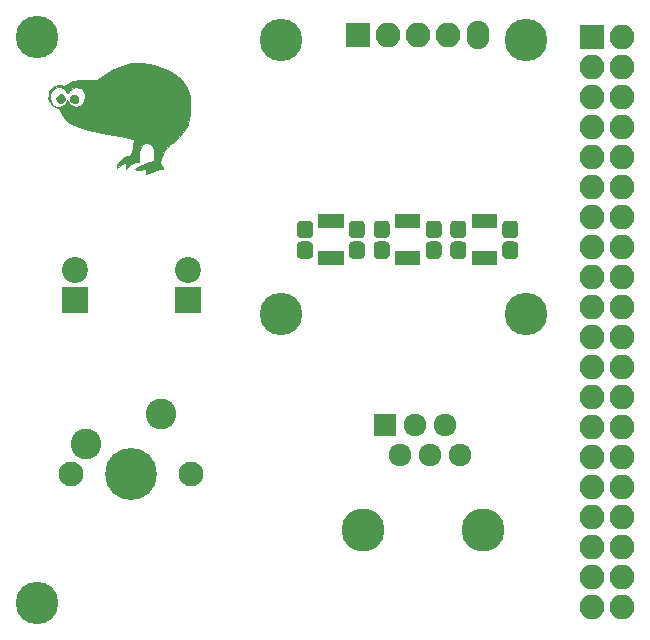
<source format=gts>
G04 #@! TF.GenerationSoftware,KiCad,Pcbnew,5.0-dev-unknown-9241a39~61~ubuntu17.10.1*
G04 #@! TF.CreationDate,2018-07-25T16:03:07+02:00*
G04 #@! TF.ProjectId,tag-connect-hat,7461672D636F6E6E6563742D6861742E,rev?*
G04 #@! TF.SameCoordinates,Original*
G04 #@! TF.FileFunction,Soldermask,Top*
G04 #@! TF.FilePolarity,Negative*
%FSLAX46Y46*%
G04 Gerber Fmt 4.6, Leading zero omitted, Abs format (unit mm)*
G04 Created by KiCad (PCBNEW 5.0-dev-unknown-9241a39~61~ubuntu17.10.1) date Wed Jul 25 16:03:07 2018*
%MOMM*%
%LPD*%
G01*
G04 APERTURE LIST*
%ADD10C,0.010000*%
%ADD11C,3.600000*%
%ADD12R,0.650000X1.150000*%
%ADD13R,2.100000X2.100000*%
%ADD14O,2.100000X2.100000*%
%ADD15O,1.920000X2.400000*%
%ADD16C,0.100000*%
%ADD17C,1.350000*%
%ADD18R,2.200000X2.200000*%
%ADD19C,2.200000*%
%ADD20C,2.600000*%
%ADD21C,4.400000*%
%ADD22C,2.100000*%
%ADD23C,3.650000*%
%ADD24C,1.920000*%
%ADD25R,1.920000X1.920000*%
G04 APERTURE END LIST*
D10*
G36*
X81306148Y-105935709D02*
X81457675Y-106085617D01*
X81495591Y-106186409D01*
X81490035Y-106424006D01*
X81369597Y-106583970D01*
X81180419Y-106641067D01*
X80968640Y-106570063D01*
X80899714Y-106512285D01*
X80787686Y-106368433D01*
X80794031Y-106235259D01*
X80920089Y-106051290D01*
X81109649Y-105920204D01*
X81306148Y-105935709D01*
X81306148Y-105935709D01*
G37*
X81306148Y-105935709D02*
X81457675Y-106085617D01*
X81495591Y-106186409D01*
X81490035Y-106424006D01*
X81369597Y-106583970D01*
X81180419Y-106641067D01*
X80968640Y-106570063D01*
X80899714Y-106512285D01*
X80787686Y-106368433D01*
X80794031Y-106235259D01*
X80920089Y-106051290D01*
X81109649Y-105920204D01*
X81306148Y-105935709D01*
G36*
X80181477Y-105946842D02*
X80332006Y-106090593D01*
X80422698Y-106244418D01*
X80428000Y-106279044D01*
X80364510Y-106406230D01*
X80221001Y-106547052D01*
X80067909Y-106637457D01*
X80025214Y-106645333D01*
X79895490Y-106590710D01*
X79799047Y-106512285D01*
X79691094Y-106356386D01*
X79666000Y-106264333D01*
X79731721Y-106100494D01*
X79880867Y-105949034D01*
X80039925Y-105883333D01*
X80181477Y-105946842D01*
X80181477Y-105946842D01*
G37*
X80181477Y-105946842D02*
X80332006Y-106090593D01*
X80422698Y-106244418D01*
X80428000Y-106279044D01*
X80364510Y-106406230D01*
X80221001Y-106547052D01*
X80067909Y-106637457D01*
X80025214Y-106645333D01*
X79895490Y-106590710D01*
X79799047Y-106512285D01*
X79691094Y-106356386D01*
X79666000Y-106264333D01*
X79731721Y-106100494D01*
X79880867Y-105949034D01*
X80039925Y-105883333D01*
X80181477Y-105946842D01*
G36*
X87887919Y-103412640D02*
X88833817Y-103725473D01*
X89117897Y-103850277D01*
X89761726Y-104213902D01*
X90263271Y-104647037D01*
X90641455Y-105167376D01*
X90749105Y-105375333D01*
X90842579Y-105587867D01*
X90905184Y-105783714D01*
X90942999Y-106005008D01*
X90962106Y-106293888D01*
X90968583Y-106692488D01*
X90969000Y-106899333D01*
X90956755Y-107490491D01*
X90909333Y-107975422D01*
X90810705Y-108385255D01*
X90644844Y-108751121D01*
X90395719Y-109104150D01*
X90047301Y-109475471D01*
X89583563Y-109896215D01*
X89302718Y-110135456D01*
X89024360Y-110401906D01*
X88783992Y-110688996D01*
X88649370Y-110903020D01*
X88523194Y-111251007D01*
X88476915Y-111580932D01*
X88512718Y-111846732D01*
X88598333Y-111979333D01*
X88714614Y-112117107D01*
X88670273Y-112202538D01*
X88466241Y-112234024D01*
X88450167Y-112234160D01*
X88217125Y-112270896D01*
X87917622Y-112364176D01*
X87730500Y-112441932D01*
X87286000Y-112648876D01*
X87286000Y-112429447D01*
X87277846Y-112305307D01*
X87225923Y-112246079D01*
X87089037Y-112237194D01*
X86825998Y-112264083D01*
X86820333Y-112264749D01*
X86514506Y-112282497D01*
X86361604Y-112250446D01*
X86355241Y-112176196D01*
X86489036Y-112067347D01*
X86756602Y-111931499D01*
X87151557Y-111776252D01*
X87263331Y-111737379D01*
X87921000Y-111513666D01*
X87946269Y-110982089D01*
X87953571Y-110681290D01*
X87927955Y-110488641D01*
X87851626Y-110343637D01*
X87714247Y-110193221D01*
X87446932Y-110002804D01*
X87199540Y-109970999D01*
X86984188Y-110087266D01*
X86812992Y-110341062D01*
X86698071Y-110721848D01*
X86654605Y-111115035D01*
X86633200Y-111598333D01*
X86308198Y-111651171D01*
X85962159Y-111785425D01*
X85788352Y-111947504D01*
X85593508Y-112191000D01*
X85593087Y-111910127D01*
X85579886Y-111722971D01*
X85518368Y-111664741D01*
X85402167Y-111687025D01*
X85197207Y-111787971D01*
X85021167Y-111919156D01*
X84830667Y-112093517D01*
X84830667Y-111915921D01*
X84907019Y-111666871D01*
X85108837Y-111425469D01*
X85395265Y-111231145D01*
X85632423Y-111142147D01*
X85814137Y-111093428D01*
X85935376Y-111034764D01*
X86015647Y-110932372D01*
X86074460Y-110752469D01*
X86131324Y-110461271D01*
X86175594Y-110201541D01*
X86212082Y-109886404D01*
X86192707Y-109711178D01*
X86171301Y-109684660D01*
X86065110Y-109654500D01*
X85819487Y-109601391D01*
X85461940Y-109530762D01*
X85019976Y-109448042D01*
X84521102Y-109358660D01*
X84506883Y-109356167D01*
X83564163Y-109181097D01*
X82772947Y-109011267D01*
X82115737Y-108841284D01*
X81575039Y-108665755D01*
X81133355Y-108479289D01*
X80773190Y-108276494D01*
X80597333Y-108151269D01*
X80401039Y-107955169D01*
X80212215Y-107696924D01*
X80067981Y-107435106D01*
X80005460Y-107228285D01*
X80005100Y-107216833D01*
X79943216Y-107098638D01*
X79784533Y-107068666D01*
X79553633Y-106995691D01*
X79286937Y-106790870D01*
X79265963Y-106770230D01*
X79090051Y-106579764D01*
X79008506Y-106421632D01*
X78995587Y-106230024D01*
X79102813Y-106230024D01*
X79203708Y-106533192D01*
X79389163Y-106772767D01*
X79630426Y-106926685D01*
X79898748Y-106972883D01*
X80165377Y-106889295D01*
X80292341Y-106788689D01*
X80447001Y-106614080D01*
X80542492Y-106471189D01*
X80597585Y-106391335D01*
X80652174Y-106471189D01*
X80829948Y-106721103D01*
X81081726Y-106907797D01*
X81343005Y-106983919D01*
X81350763Y-106984000D01*
X81656393Y-106912585D01*
X81888308Y-106723742D01*
X82039752Y-106455575D01*
X82103974Y-106146186D01*
X82074220Y-105833679D01*
X81943737Y-105556155D01*
X81705771Y-105351719D01*
X81645131Y-105323141D01*
X81323880Y-105257522D01*
X81034827Y-105350749D01*
X80766296Y-105601843D01*
X80624116Y-105744384D01*
X80542985Y-105748853D01*
X80536833Y-105736299D01*
X80362030Y-105469682D01*
X80090309Y-105282756D01*
X79956577Y-105241087D01*
X79686300Y-105266958D01*
X79421085Y-105417878D01*
X79210862Y-105655613D01*
X79115228Y-105885328D01*
X79102813Y-106230024D01*
X78995587Y-106230024D01*
X78994912Y-106220027D01*
X79009552Y-106034425D01*
X79060090Y-105732176D01*
X79163069Y-105522132D01*
X79317791Y-105359195D01*
X79547827Y-105212143D01*
X79808488Y-105128325D01*
X80045057Y-105117069D01*
X80202815Y-105187708D01*
X80216323Y-105205982D01*
X80306317Y-105207174D01*
X80481535Y-105111292D01*
X80610841Y-105015482D01*
X80757584Y-104901958D01*
X80889168Y-104823600D01*
X81041881Y-104772300D01*
X81252015Y-104739947D01*
X81555860Y-104718432D01*
X81989706Y-104699645D01*
X82031565Y-104698000D01*
X83110087Y-104655666D01*
X83568210Y-104305289D01*
X84357482Y-103800826D01*
X85190098Y-103458836D01*
X86060049Y-103279814D01*
X86961326Y-103264251D01*
X87887919Y-103412640D01*
X87887919Y-103412640D01*
G37*
X87887919Y-103412640D02*
X88833817Y-103725473D01*
X89117897Y-103850277D01*
X89761726Y-104213902D01*
X90263271Y-104647037D01*
X90641455Y-105167376D01*
X90749105Y-105375333D01*
X90842579Y-105587867D01*
X90905184Y-105783714D01*
X90942999Y-106005008D01*
X90962106Y-106293888D01*
X90968583Y-106692488D01*
X90969000Y-106899333D01*
X90956755Y-107490491D01*
X90909333Y-107975422D01*
X90810705Y-108385255D01*
X90644844Y-108751121D01*
X90395719Y-109104150D01*
X90047301Y-109475471D01*
X89583563Y-109896215D01*
X89302718Y-110135456D01*
X89024360Y-110401906D01*
X88783992Y-110688996D01*
X88649370Y-110903020D01*
X88523194Y-111251007D01*
X88476915Y-111580932D01*
X88512718Y-111846732D01*
X88598333Y-111979333D01*
X88714614Y-112117107D01*
X88670273Y-112202538D01*
X88466241Y-112234024D01*
X88450167Y-112234160D01*
X88217125Y-112270896D01*
X87917622Y-112364176D01*
X87730500Y-112441932D01*
X87286000Y-112648876D01*
X87286000Y-112429447D01*
X87277846Y-112305307D01*
X87225923Y-112246079D01*
X87089037Y-112237194D01*
X86825998Y-112264083D01*
X86820333Y-112264749D01*
X86514506Y-112282497D01*
X86361604Y-112250446D01*
X86355241Y-112176196D01*
X86489036Y-112067347D01*
X86756602Y-111931499D01*
X87151557Y-111776252D01*
X87263331Y-111737379D01*
X87921000Y-111513666D01*
X87946269Y-110982089D01*
X87953571Y-110681290D01*
X87927955Y-110488641D01*
X87851626Y-110343637D01*
X87714247Y-110193221D01*
X87446932Y-110002804D01*
X87199540Y-109970999D01*
X86984188Y-110087266D01*
X86812992Y-110341062D01*
X86698071Y-110721848D01*
X86654605Y-111115035D01*
X86633200Y-111598333D01*
X86308198Y-111651171D01*
X85962159Y-111785425D01*
X85788352Y-111947504D01*
X85593508Y-112191000D01*
X85593087Y-111910127D01*
X85579886Y-111722971D01*
X85518368Y-111664741D01*
X85402167Y-111687025D01*
X85197207Y-111787971D01*
X85021167Y-111919156D01*
X84830667Y-112093517D01*
X84830667Y-111915921D01*
X84907019Y-111666871D01*
X85108837Y-111425469D01*
X85395265Y-111231145D01*
X85632423Y-111142147D01*
X85814137Y-111093428D01*
X85935376Y-111034764D01*
X86015647Y-110932372D01*
X86074460Y-110752469D01*
X86131324Y-110461271D01*
X86175594Y-110201541D01*
X86212082Y-109886404D01*
X86192707Y-109711178D01*
X86171301Y-109684660D01*
X86065110Y-109654500D01*
X85819487Y-109601391D01*
X85461940Y-109530762D01*
X85019976Y-109448042D01*
X84521102Y-109358660D01*
X84506883Y-109356167D01*
X83564163Y-109181097D01*
X82772947Y-109011267D01*
X82115737Y-108841284D01*
X81575039Y-108665755D01*
X81133355Y-108479289D01*
X80773190Y-108276494D01*
X80597333Y-108151269D01*
X80401039Y-107955169D01*
X80212215Y-107696924D01*
X80067981Y-107435106D01*
X80005460Y-107228285D01*
X80005100Y-107216833D01*
X79943216Y-107098638D01*
X79784533Y-107068666D01*
X79553633Y-106995691D01*
X79286937Y-106790870D01*
X79265963Y-106770230D01*
X79090051Y-106579764D01*
X79008506Y-106421632D01*
X78995587Y-106230024D01*
X79102813Y-106230024D01*
X79203708Y-106533192D01*
X79389163Y-106772767D01*
X79630426Y-106926685D01*
X79898748Y-106972883D01*
X80165377Y-106889295D01*
X80292341Y-106788689D01*
X80447001Y-106614080D01*
X80542492Y-106471189D01*
X80597585Y-106391335D01*
X80652174Y-106471189D01*
X80829948Y-106721103D01*
X81081726Y-106907797D01*
X81343005Y-106983919D01*
X81350763Y-106984000D01*
X81656393Y-106912585D01*
X81888308Y-106723742D01*
X82039752Y-106455575D01*
X82103974Y-106146186D01*
X82074220Y-105833679D01*
X81943737Y-105556155D01*
X81705771Y-105351719D01*
X81645131Y-105323141D01*
X81323880Y-105257522D01*
X81034827Y-105350749D01*
X80766296Y-105601843D01*
X80624116Y-105744384D01*
X80542985Y-105748853D01*
X80536833Y-105736299D01*
X80362030Y-105469682D01*
X80090309Y-105282756D01*
X79956577Y-105241087D01*
X79686300Y-105266958D01*
X79421085Y-105417878D01*
X79210862Y-105655613D01*
X79115228Y-105885328D01*
X79102813Y-106230024D01*
X78995587Y-106230024D01*
X78994912Y-106220027D01*
X79009552Y-106034425D01*
X79060090Y-105732176D01*
X79163069Y-105522132D01*
X79317791Y-105359195D01*
X79547827Y-105212143D01*
X79808488Y-105128325D01*
X80045057Y-105117069D01*
X80202815Y-105187708D01*
X80216323Y-105205982D01*
X80306317Y-105207174D01*
X80481535Y-105111292D01*
X80610841Y-105015482D01*
X80757584Y-104901958D01*
X80889168Y-104823600D01*
X81041881Y-104772300D01*
X81252015Y-104739947D01*
X81555860Y-104718432D01*
X81989706Y-104699645D01*
X82031565Y-104698000D01*
X83110087Y-104655666D01*
X83568210Y-104305289D01*
X84357482Y-103800826D01*
X85190098Y-103458836D01*
X86060049Y-103279814D01*
X86961326Y-103264251D01*
X87887919Y-103412640D01*
D11*
X78000000Y-149000000D03*
D12*
X115150000Y-116650000D03*
X115650000Y-116650000D03*
X116150000Y-116650000D03*
X116650000Y-116650000D03*
X116650000Y-119750000D03*
X116150000Y-119750000D03*
X115650000Y-119750000D03*
X115150000Y-119750000D03*
X108650000Y-116650000D03*
X109150000Y-116650000D03*
X109650000Y-116650000D03*
X110150000Y-116650000D03*
X110150000Y-119750000D03*
X109650000Y-119750000D03*
X109150000Y-119750000D03*
X108650000Y-119750000D03*
X102150000Y-119750000D03*
X102650000Y-119750000D03*
X103150000Y-119750000D03*
X103650000Y-119750000D03*
X103650000Y-116650000D03*
X103150000Y-116650000D03*
X102650000Y-116650000D03*
X102150000Y-116650000D03*
D13*
X105200000Y-100900000D03*
D14*
X107740000Y-100900000D03*
X110280000Y-100900000D03*
X112820000Y-100900000D03*
D15*
X115360000Y-100900000D03*
D11*
X98700000Y-101250000D03*
X119400000Y-124450000D03*
X98700000Y-124450000D03*
X119400000Y-101250000D03*
D16*
G36*
X118470581Y-118351625D02*
X118503343Y-118356485D01*
X118535471Y-118364533D01*
X118566656Y-118375691D01*
X118596596Y-118389852D01*
X118625005Y-118406879D01*
X118651608Y-118426609D01*
X118676149Y-118448851D01*
X118698391Y-118473392D01*
X118718121Y-118499995D01*
X118735148Y-118528404D01*
X118749309Y-118558344D01*
X118760467Y-118589529D01*
X118768515Y-118621657D01*
X118773375Y-118654419D01*
X118775000Y-118687500D01*
X118775000Y-119462500D01*
X118773375Y-119495581D01*
X118768515Y-119528343D01*
X118760467Y-119560471D01*
X118749309Y-119591656D01*
X118735148Y-119621596D01*
X118718121Y-119650005D01*
X118698391Y-119676608D01*
X118676149Y-119701149D01*
X118651608Y-119723391D01*
X118625005Y-119743121D01*
X118596596Y-119760148D01*
X118566656Y-119774309D01*
X118535471Y-119785467D01*
X118503343Y-119793515D01*
X118470581Y-119798375D01*
X118437500Y-119800000D01*
X117762500Y-119800000D01*
X117729419Y-119798375D01*
X117696657Y-119793515D01*
X117664529Y-119785467D01*
X117633344Y-119774309D01*
X117603404Y-119760148D01*
X117574995Y-119743121D01*
X117548392Y-119723391D01*
X117523851Y-119701149D01*
X117501609Y-119676608D01*
X117481879Y-119650005D01*
X117464852Y-119621596D01*
X117450691Y-119591656D01*
X117439533Y-119560471D01*
X117431485Y-119528343D01*
X117426625Y-119495581D01*
X117425000Y-119462500D01*
X117425000Y-118687500D01*
X117426625Y-118654419D01*
X117431485Y-118621657D01*
X117439533Y-118589529D01*
X117450691Y-118558344D01*
X117464852Y-118528404D01*
X117481879Y-118499995D01*
X117501609Y-118473392D01*
X117523851Y-118448851D01*
X117548392Y-118426609D01*
X117574995Y-118406879D01*
X117603404Y-118389852D01*
X117633344Y-118375691D01*
X117664529Y-118364533D01*
X117696657Y-118356485D01*
X117729419Y-118351625D01*
X117762500Y-118350000D01*
X118437500Y-118350000D01*
X118470581Y-118351625D01*
X118470581Y-118351625D01*
G37*
D17*
X118100000Y-119075000D03*
D16*
G36*
X118470581Y-116601625D02*
X118503343Y-116606485D01*
X118535471Y-116614533D01*
X118566656Y-116625691D01*
X118596596Y-116639852D01*
X118625005Y-116656879D01*
X118651608Y-116676609D01*
X118676149Y-116698851D01*
X118698391Y-116723392D01*
X118718121Y-116749995D01*
X118735148Y-116778404D01*
X118749309Y-116808344D01*
X118760467Y-116839529D01*
X118768515Y-116871657D01*
X118773375Y-116904419D01*
X118775000Y-116937500D01*
X118775000Y-117712500D01*
X118773375Y-117745581D01*
X118768515Y-117778343D01*
X118760467Y-117810471D01*
X118749309Y-117841656D01*
X118735148Y-117871596D01*
X118718121Y-117900005D01*
X118698391Y-117926608D01*
X118676149Y-117951149D01*
X118651608Y-117973391D01*
X118625005Y-117993121D01*
X118596596Y-118010148D01*
X118566656Y-118024309D01*
X118535471Y-118035467D01*
X118503343Y-118043515D01*
X118470581Y-118048375D01*
X118437500Y-118050000D01*
X117762500Y-118050000D01*
X117729419Y-118048375D01*
X117696657Y-118043515D01*
X117664529Y-118035467D01*
X117633344Y-118024309D01*
X117603404Y-118010148D01*
X117574995Y-117993121D01*
X117548392Y-117973391D01*
X117523851Y-117951149D01*
X117501609Y-117926608D01*
X117481879Y-117900005D01*
X117464852Y-117871596D01*
X117450691Y-117841656D01*
X117439533Y-117810471D01*
X117431485Y-117778343D01*
X117426625Y-117745581D01*
X117425000Y-117712500D01*
X117425000Y-116937500D01*
X117426625Y-116904419D01*
X117431485Y-116871657D01*
X117439533Y-116839529D01*
X117450691Y-116808344D01*
X117464852Y-116778404D01*
X117481879Y-116749995D01*
X117501609Y-116723392D01*
X117523851Y-116698851D01*
X117548392Y-116676609D01*
X117574995Y-116656879D01*
X117603404Y-116639852D01*
X117633344Y-116625691D01*
X117664529Y-116614533D01*
X117696657Y-116606485D01*
X117729419Y-116601625D01*
X117762500Y-116600000D01*
X118437500Y-116600000D01*
X118470581Y-116601625D01*
X118470581Y-116601625D01*
G37*
D17*
X118100000Y-117325000D03*
D16*
G36*
X111970581Y-116601625D02*
X112003343Y-116606485D01*
X112035471Y-116614533D01*
X112066656Y-116625691D01*
X112096596Y-116639852D01*
X112125005Y-116656879D01*
X112151608Y-116676609D01*
X112176149Y-116698851D01*
X112198391Y-116723392D01*
X112218121Y-116749995D01*
X112235148Y-116778404D01*
X112249309Y-116808344D01*
X112260467Y-116839529D01*
X112268515Y-116871657D01*
X112273375Y-116904419D01*
X112275000Y-116937500D01*
X112275000Y-117712500D01*
X112273375Y-117745581D01*
X112268515Y-117778343D01*
X112260467Y-117810471D01*
X112249309Y-117841656D01*
X112235148Y-117871596D01*
X112218121Y-117900005D01*
X112198391Y-117926608D01*
X112176149Y-117951149D01*
X112151608Y-117973391D01*
X112125005Y-117993121D01*
X112096596Y-118010148D01*
X112066656Y-118024309D01*
X112035471Y-118035467D01*
X112003343Y-118043515D01*
X111970581Y-118048375D01*
X111937500Y-118050000D01*
X111262500Y-118050000D01*
X111229419Y-118048375D01*
X111196657Y-118043515D01*
X111164529Y-118035467D01*
X111133344Y-118024309D01*
X111103404Y-118010148D01*
X111074995Y-117993121D01*
X111048392Y-117973391D01*
X111023851Y-117951149D01*
X111001609Y-117926608D01*
X110981879Y-117900005D01*
X110964852Y-117871596D01*
X110950691Y-117841656D01*
X110939533Y-117810471D01*
X110931485Y-117778343D01*
X110926625Y-117745581D01*
X110925000Y-117712500D01*
X110925000Y-116937500D01*
X110926625Y-116904419D01*
X110931485Y-116871657D01*
X110939533Y-116839529D01*
X110950691Y-116808344D01*
X110964852Y-116778404D01*
X110981879Y-116749995D01*
X111001609Y-116723392D01*
X111023851Y-116698851D01*
X111048392Y-116676609D01*
X111074995Y-116656879D01*
X111103404Y-116639852D01*
X111133344Y-116625691D01*
X111164529Y-116614533D01*
X111196657Y-116606485D01*
X111229419Y-116601625D01*
X111262500Y-116600000D01*
X111937500Y-116600000D01*
X111970581Y-116601625D01*
X111970581Y-116601625D01*
G37*
D17*
X111600000Y-117325000D03*
D16*
G36*
X111970581Y-118351625D02*
X112003343Y-118356485D01*
X112035471Y-118364533D01*
X112066656Y-118375691D01*
X112096596Y-118389852D01*
X112125005Y-118406879D01*
X112151608Y-118426609D01*
X112176149Y-118448851D01*
X112198391Y-118473392D01*
X112218121Y-118499995D01*
X112235148Y-118528404D01*
X112249309Y-118558344D01*
X112260467Y-118589529D01*
X112268515Y-118621657D01*
X112273375Y-118654419D01*
X112275000Y-118687500D01*
X112275000Y-119462500D01*
X112273375Y-119495581D01*
X112268515Y-119528343D01*
X112260467Y-119560471D01*
X112249309Y-119591656D01*
X112235148Y-119621596D01*
X112218121Y-119650005D01*
X112198391Y-119676608D01*
X112176149Y-119701149D01*
X112151608Y-119723391D01*
X112125005Y-119743121D01*
X112096596Y-119760148D01*
X112066656Y-119774309D01*
X112035471Y-119785467D01*
X112003343Y-119793515D01*
X111970581Y-119798375D01*
X111937500Y-119800000D01*
X111262500Y-119800000D01*
X111229419Y-119798375D01*
X111196657Y-119793515D01*
X111164529Y-119785467D01*
X111133344Y-119774309D01*
X111103404Y-119760148D01*
X111074995Y-119743121D01*
X111048392Y-119723391D01*
X111023851Y-119701149D01*
X111001609Y-119676608D01*
X110981879Y-119650005D01*
X110964852Y-119621596D01*
X110950691Y-119591656D01*
X110939533Y-119560471D01*
X110931485Y-119528343D01*
X110926625Y-119495581D01*
X110925000Y-119462500D01*
X110925000Y-118687500D01*
X110926625Y-118654419D01*
X110931485Y-118621657D01*
X110939533Y-118589529D01*
X110950691Y-118558344D01*
X110964852Y-118528404D01*
X110981879Y-118499995D01*
X111001609Y-118473392D01*
X111023851Y-118448851D01*
X111048392Y-118426609D01*
X111074995Y-118406879D01*
X111103404Y-118389852D01*
X111133344Y-118375691D01*
X111164529Y-118364533D01*
X111196657Y-118356485D01*
X111229419Y-118351625D01*
X111262500Y-118350000D01*
X111937500Y-118350000D01*
X111970581Y-118351625D01*
X111970581Y-118351625D01*
G37*
D17*
X111600000Y-119075000D03*
D16*
G36*
X114070581Y-116601625D02*
X114103343Y-116606485D01*
X114135471Y-116614533D01*
X114166656Y-116625691D01*
X114196596Y-116639852D01*
X114225005Y-116656879D01*
X114251608Y-116676609D01*
X114276149Y-116698851D01*
X114298391Y-116723392D01*
X114318121Y-116749995D01*
X114335148Y-116778404D01*
X114349309Y-116808344D01*
X114360467Y-116839529D01*
X114368515Y-116871657D01*
X114373375Y-116904419D01*
X114375000Y-116937500D01*
X114375000Y-117712500D01*
X114373375Y-117745581D01*
X114368515Y-117778343D01*
X114360467Y-117810471D01*
X114349309Y-117841656D01*
X114335148Y-117871596D01*
X114318121Y-117900005D01*
X114298391Y-117926608D01*
X114276149Y-117951149D01*
X114251608Y-117973391D01*
X114225005Y-117993121D01*
X114196596Y-118010148D01*
X114166656Y-118024309D01*
X114135471Y-118035467D01*
X114103343Y-118043515D01*
X114070581Y-118048375D01*
X114037500Y-118050000D01*
X113362500Y-118050000D01*
X113329419Y-118048375D01*
X113296657Y-118043515D01*
X113264529Y-118035467D01*
X113233344Y-118024309D01*
X113203404Y-118010148D01*
X113174995Y-117993121D01*
X113148392Y-117973391D01*
X113123851Y-117951149D01*
X113101609Y-117926608D01*
X113081879Y-117900005D01*
X113064852Y-117871596D01*
X113050691Y-117841656D01*
X113039533Y-117810471D01*
X113031485Y-117778343D01*
X113026625Y-117745581D01*
X113025000Y-117712500D01*
X113025000Y-116937500D01*
X113026625Y-116904419D01*
X113031485Y-116871657D01*
X113039533Y-116839529D01*
X113050691Y-116808344D01*
X113064852Y-116778404D01*
X113081879Y-116749995D01*
X113101609Y-116723392D01*
X113123851Y-116698851D01*
X113148392Y-116676609D01*
X113174995Y-116656879D01*
X113203404Y-116639852D01*
X113233344Y-116625691D01*
X113264529Y-116614533D01*
X113296657Y-116606485D01*
X113329419Y-116601625D01*
X113362500Y-116600000D01*
X114037500Y-116600000D01*
X114070581Y-116601625D01*
X114070581Y-116601625D01*
G37*
D17*
X113700000Y-117325000D03*
D16*
G36*
X114070581Y-118351625D02*
X114103343Y-118356485D01*
X114135471Y-118364533D01*
X114166656Y-118375691D01*
X114196596Y-118389852D01*
X114225005Y-118406879D01*
X114251608Y-118426609D01*
X114276149Y-118448851D01*
X114298391Y-118473392D01*
X114318121Y-118499995D01*
X114335148Y-118528404D01*
X114349309Y-118558344D01*
X114360467Y-118589529D01*
X114368515Y-118621657D01*
X114373375Y-118654419D01*
X114375000Y-118687500D01*
X114375000Y-119462500D01*
X114373375Y-119495581D01*
X114368515Y-119528343D01*
X114360467Y-119560471D01*
X114349309Y-119591656D01*
X114335148Y-119621596D01*
X114318121Y-119650005D01*
X114298391Y-119676608D01*
X114276149Y-119701149D01*
X114251608Y-119723391D01*
X114225005Y-119743121D01*
X114196596Y-119760148D01*
X114166656Y-119774309D01*
X114135471Y-119785467D01*
X114103343Y-119793515D01*
X114070581Y-119798375D01*
X114037500Y-119800000D01*
X113362500Y-119800000D01*
X113329419Y-119798375D01*
X113296657Y-119793515D01*
X113264529Y-119785467D01*
X113233344Y-119774309D01*
X113203404Y-119760148D01*
X113174995Y-119743121D01*
X113148392Y-119723391D01*
X113123851Y-119701149D01*
X113101609Y-119676608D01*
X113081879Y-119650005D01*
X113064852Y-119621596D01*
X113050691Y-119591656D01*
X113039533Y-119560471D01*
X113031485Y-119528343D01*
X113026625Y-119495581D01*
X113025000Y-119462500D01*
X113025000Y-118687500D01*
X113026625Y-118654419D01*
X113031485Y-118621657D01*
X113039533Y-118589529D01*
X113050691Y-118558344D01*
X113064852Y-118528404D01*
X113081879Y-118499995D01*
X113101609Y-118473392D01*
X113123851Y-118448851D01*
X113148392Y-118426609D01*
X113174995Y-118406879D01*
X113203404Y-118389852D01*
X113233344Y-118375691D01*
X113264529Y-118364533D01*
X113296657Y-118356485D01*
X113329419Y-118351625D01*
X113362500Y-118350000D01*
X114037500Y-118350000D01*
X114070581Y-118351625D01*
X114070581Y-118351625D01*
G37*
D17*
X113700000Y-119075000D03*
D16*
G36*
X107570581Y-116601625D02*
X107603343Y-116606485D01*
X107635471Y-116614533D01*
X107666656Y-116625691D01*
X107696596Y-116639852D01*
X107725005Y-116656879D01*
X107751608Y-116676609D01*
X107776149Y-116698851D01*
X107798391Y-116723392D01*
X107818121Y-116749995D01*
X107835148Y-116778404D01*
X107849309Y-116808344D01*
X107860467Y-116839529D01*
X107868515Y-116871657D01*
X107873375Y-116904419D01*
X107875000Y-116937500D01*
X107875000Y-117712500D01*
X107873375Y-117745581D01*
X107868515Y-117778343D01*
X107860467Y-117810471D01*
X107849309Y-117841656D01*
X107835148Y-117871596D01*
X107818121Y-117900005D01*
X107798391Y-117926608D01*
X107776149Y-117951149D01*
X107751608Y-117973391D01*
X107725005Y-117993121D01*
X107696596Y-118010148D01*
X107666656Y-118024309D01*
X107635471Y-118035467D01*
X107603343Y-118043515D01*
X107570581Y-118048375D01*
X107537500Y-118050000D01*
X106862500Y-118050000D01*
X106829419Y-118048375D01*
X106796657Y-118043515D01*
X106764529Y-118035467D01*
X106733344Y-118024309D01*
X106703404Y-118010148D01*
X106674995Y-117993121D01*
X106648392Y-117973391D01*
X106623851Y-117951149D01*
X106601609Y-117926608D01*
X106581879Y-117900005D01*
X106564852Y-117871596D01*
X106550691Y-117841656D01*
X106539533Y-117810471D01*
X106531485Y-117778343D01*
X106526625Y-117745581D01*
X106525000Y-117712500D01*
X106525000Y-116937500D01*
X106526625Y-116904419D01*
X106531485Y-116871657D01*
X106539533Y-116839529D01*
X106550691Y-116808344D01*
X106564852Y-116778404D01*
X106581879Y-116749995D01*
X106601609Y-116723392D01*
X106623851Y-116698851D01*
X106648392Y-116676609D01*
X106674995Y-116656879D01*
X106703404Y-116639852D01*
X106733344Y-116625691D01*
X106764529Y-116614533D01*
X106796657Y-116606485D01*
X106829419Y-116601625D01*
X106862500Y-116600000D01*
X107537500Y-116600000D01*
X107570581Y-116601625D01*
X107570581Y-116601625D01*
G37*
D17*
X107200000Y-117325000D03*
D16*
G36*
X107570581Y-118351625D02*
X107603343Y-118356485D01*
X107635471Y-118364533D01*
X107666656Y-118375691D01*
X107696596Y-118389852D01*
X107725005Y-118406879D01*
X107751608Y-118426609D01*
X107776149Y-118448851D01*
X107798391Y-118473392D01*
X107818121Y-118499995D01*
X107835148Y-118528404D01*
X107849309Y-118558344D01*
X107860467Y-118589529D01*
X107868515Y-118621657D01*
X107873375Y-118654419D01*
X107875000Y-118687500D01*
X107875000Y-119462500D01*
X107873375Y-119495581D01*
X107868515Y-119528343D01*
X107860467Y-119560471D01*
X107849309Y-119591656D01*
X107835148Y-119621596D01*
X107818121Y-119650005D01*
X107798391Y-119676608D01*
X107776149Y-119701149D01*
X107751608Y-119723391D01*
X107725005Y-119743121D01*
X107696596Y-119760148D01*
X107666656Y-119774309D01*
X107635471Y-119785467D01*
X107603343Y-119793515D01*
X107570581Y-119798375D01*
X107537500Y-119800000D01*
X106862500Y-119800000D01*
X106829419Y-119798375D01*
X106796657Y-119793515D01*
X106764529Y-119785467D01*
X106733344Y-119774309D01*
X106703404Y-119760148D01*
X106674995Y-119743121D01*
X106648392Y-119723391D01*
X106623851Y-119701149D01*
X106601609Y-119676608D01*
X106581879Y-119650005D01*
X106564852Y-119621596D01*
X106550691Y-119591656D01*
X106539533Y-119560471D01*
X106531485Y-119528343D01*
X106526625Y-119495581D01*
X106525000Y-119462500D01*
X106525000Y-118687500D01*
X106526625Y-118654419D01*
X106531485Y-118621657D01*
X106539533Y-118589529D01*
X106550691Y-118558344D01*
X106564852Y-118528404D01*
X106581879Y-118499995D01*
X106601609Y-118473392D01*
X106623851Y-118448851D01*
X106648392Y-118426609D01*
X106674995Y-118406879D01*
X106703404Y-118389852D01*
X106733344Y-118375691D01*
X106764529Y-118364533D01*
X106796657Y-118356485D01*
X106829419Y-118351625D01*
X106862500Y-118350000D01*
X107537500Y-118350000D01*
X107570581Y-118351625D01*
X107570581Y-118351625D01*
G37*
D17*
X107200000Y-119075000D03*
D18*
X81200000Y-123300000D03*
D19*
X81200000Y-120760000D03*
X90800000Y-120760000D03*
D18*
X90800000Y-123300000D03*
D20*
X88540000Y-132920000D03*
X82190000Y-135460000D03*
D21*
X86000000Y-138000000D03*
D22*
X80920000Y-138000000D03*
X91080000Y-138000000D03*
D13*
X125000000Y-101000000D03*
D14*
X127540000Y-101000000D03*
X125000000Y-103540000D03*
X127540000Y-103540000D03*
X125000000Y-106080000D03*
X127540000Y-106080000D03*
X125000000Y-108620000D03*
X127540000Y-108620000D03*
X125000000Y-111160000D03*
X127540000Y-111160000D03*
X125000000Y-113700000D03*
X127540000Y-113700000D03*
X125000000Y-116240000D03*
X127540000Y-116240000D03*
X125000000Y-118780000D03*
X127540000Y-118780000D03*
X125000000Y-121320000D03*
X127540000Y-121320000D03*
X125000000Y-123860000D03*
X127540000Y-123860000D03*
X125000000Y-126400000D03*
X127540000Y-126400000D03*
X125000000Y-128940000D03*
X127540000Y-128940000D03*
X125000000Y-131480000D03*
X127540000Y-131480000D03*
X125000000Y-134020000D03*
X127540000Y-134020000D03*
X125000000Y-136560000D03*
X127540000Y-136560000D03*
X125000000Y-139100000D03*
X127540000Y-139100000D03*
X125000000Y-141640000D03*
X127540000Y-141640000D03*
X125000000Y-144180000D03*
X127540000Y-144180000D03*
X125000000Y-146720000D03*
X127540000Y-146720000D03*
X125000000Y-149260000D03*
X127540000Y-149260000D03*
D23*
X115750000Y-142790000D03*
D24*
X113850000Y-136440000D03*
X112580000Y-133900000D03*
X111310000Y-136440000D03*
X110040000Y-133900000D03*
X108770000Y-136440000D03*
D23*
X105590000Y-142790000D03*
D25*
X107500000Y-133900000D03*
D16*
G36*
X105470581Y-118351625D02*
X105503343Y-118356485D01*
X105535471Y-118364533D01*
X105566656Y-118375691D01*
X105596596Y-118389852D01*
X105625005Y-118406879D01*
X105651608Y-118426609D01*
X105676149Y-118448851D01*
X105698391Y-118473392D01*
X105718121Y-118499995D01*
X105735148Y-118528404D01*
X105749309Y-118558344D01*
X105760467Y-118589529D01*
X105768515Y-118621657D01*
X105773375Y-118654419D01*
X105775000Y-118687500D01*
X105775000Y-119462500D01*
X105773375Y-119495581D01*
X105768515Y-119528343D01*
X105760467Y-119560471D01*
X105749309Y-119591656D01*
X105735148Y-119621596D01*
X105718121Y-119650005D01*
X105698391Y-119676608D01*
X105676149Y-119701149D01*
X105651608Y-119723391D01*
X105625005Y-119743121D01*
X105596596Y-119760148D01*
X105566656Y-119774309D01*
X105535471Y-119785467D01*
X105503343Y-119793515D01*
X105470581Y-119798375D01*
X105437500Y-119800000D01*
X104762500Y-119800000D01*
X104729419Y-119798375D01*
X104696657Y-119793515D01*
X104664529Y-119785467D01*
X104633344Y-119774309D01*
X104603404Y-119760148D01*
X104574995Y-119743121D01*
X104548392Y-119723391D01*
X104523851Y-119701149D01*
X104501609Y-119676608D01*
X104481879Y-119650005D01*
X104464852Y-119621596D01*
X104450691Y-119591656D01*
X104439533Y-119560471D01*
X104431485Y-119528343D01*
X104426625Y-119495581D01*
X104425000Y-119462500D01*
X104425000Y-118687500D01*
X104426625Y-118654419D01*
X104431485Y-118621657D01*
X104439533Y-118589529D01*
X104450691Y-118558344D01*
X104464852Y-118528404D01*
X104481879Y-118499995D01*
X104501609Y-118473392D01*
X104523851Y-118448851D01*
X104548392Y-118426609D01*
X104574995Y-118406879D01*
X104603404Y-118389852D01*
X104633344Y-118375691D01*
X104664529Y-118364533D01*
X104696657Y-118356485D01*
X104729419Y-118351625D01*
X104762500Y-118350000D01*
X105437500Y-118350000D01*
X105470581Y-118351625D01*
X105470581Y-118351625D01*
G37*
D17*
X105100000Y-119075000D03*
D16*
G36*
X105470581Y-116601625D02*
X105503343Y-116606485D01*
X105535471Y-116614533D01*
X105566656Y-116625691D01*
X105596596Y-116639852D01*
X105625005Y-116656879D01*
X105651608Y-116676609D01*
X105676149Y-116698851D01*
X105698391Y-116723392D01*
X105718121Y-116749995D01*
X105735148Y-116778404D01*
X105749309Y-116808344D01*
X105760467Y-116839529D01*
X105768515Y-116871657D01*
X105773375Y-116904419D01*
X105775000Y-116937500D01*
X105775000Y-117712500D01*
X105773375Y-117745581D01*
X105768515Y-117778343D01*
X105760467Y-117810471D01*
X105749309Y-117841656D01*
X105735148Y-117871596D01*
X105718121Y-117900005D01*
X105698391Y-117926608D01*
X105676149Y-117951149D01*
X105651608Y-117973391D01*
X105625005Y-117993121D01*
X105596596Y-118010148D01*
X105566656Y-118024309D01*
X105535471Y-118035467D01*
X105503343Y-118043515D01*
X105470581Y-118048375D01*
X105437500Y-118050000D01*
X104762500Y-118050000D01*
X104729419Y-118048375D01*
X104696657Y-118043515D01*
X104664529Y-118035467D01*
X104633344Y-118024309D01*
X104603404Y-118010148D01*
X104574995Y-117993121D01*
X104548392Y-117973391D01*
X104523851Y-117951149D01*
X104501609Y-117926608D01*
X104481879Y-117900005D01*
X104464852Y-117871596D01*
X104450691Y-117841656D01*
X104439533Y-117810471D01*
X104431485Y-117778343D01*
X104426625Y-117745581D01*
X104425000Y-117712500D01*
X104425000Y-116937500D01*
X104426625Y-116904419D01*
X104431485Y-116871657D01*
X104439533Y-116839529D01*
X104450691Y-116808344D01*
X104464852Y-116778404D01*
X104481879Y-116749995D01*
X104501609Y-116723392D01*
X104523851Y-116698851D01*
X104548392Y-116676609D01*
X104574995Y-116656879D01*
X104603404Y-116639852D01*
X104633344Y-116625691D01*
X104664529Y-116614533D01*
X104696657Y-116606485D01*
X104729419Y-116601625D01*
X104762500Y-116600000D01*
X105437500Y-116600000D01*
X105470581Y-116601625D01*
X105470581Y-116601625D01*
G37*
D17*
X105100000Y-117325000D03*
D16*
G36*
X101070581Y-118351625D02*
X101103343Y-118356485D01*
X101135471Y-118364533D01*
X101166656Y-118375691D01*
X101196596Y-118389852D01*
X101225005Y-118406879D01*
X101251608Y-118426609D01*
X101276149Y-118448851D01*
X101298391Y-118473392D01*
X101318121Y-118499995D01*
X101335148Y-118528404D01*
X101349309Y-118558344D01*
X101360467Y-118589529D01*
X101368515Y-118621657D01*
X101373375Y-118654419D01*
X101375000Y-118687500D01*
X101375000Y-119462500D01*
X101373375Y-119495581D01*
X101368515Y-119528343D01*
X101360467Y-119560471D01*
X101349309Y-119591656D01*
X101335148Y-119621596D01*
X101318121Y-119650005D01*
X101298391Y-119676608D01*
X101276149Y-119701149D01*
X101251608Y-119723391D01*
X101225005Y-119743121D01*
X101196596Y-119760148D01*
X101166656Y-119774309D01*
X101135471Y-119785467D01*
X101103343Y-119793515D01*
X101070581Y-119798375D01*
X101037500Y-119800000D01*
X100362500Y-119800000D01*
X100329419Y-119798375D01*
X100296657Y-119793515D01*
X100264529Y-119785467D01*
X100233344Y-119774309D01*
X100203404Y-119760148D01*
X100174995Y-119743121D01*
X100148392Y-119723391D01*
X100123851Y-119701149D01*
X100101609Y-119676608D01*
X100081879Y-119650005D01*
X100064852Y-119621596D01*
X100050691Y-119591656D01*
X100039533Y-119560471D01*
X100031485Y-119528343D01*
X100026625Y-119495581D01*
X100025000Y-119462500D01*
X100025000Y-118687500D01*
X100026625Y-118654419D01*
X100031485Y-118621657D01*
X100039533Y-118589529D01*
X100050691Y-118558344D01*
X100064852Y-118528404D01*
X100081879Y-118499995D01*
X100101609Y-118473392D01*
X100123851Y-118448851D01*
X100148392Y-118426609D01*
X100174995Y-118406879D01*
X100203404Y-118389852D01*
X100233344Y-118375691D01*
X100264529Y-118364533D01*
X100296657Y-118356485D01*
X100329419Y-118351625D01*
X100362500Y-118350000D01*
X101037500Y-118350000D01*
X101070581Y-118351625D01*
X101070581Y-118351625D01*
G37*
D17*
X100700000Y-119075000D03*
D16*
G36*
X101070581Y-116601625D02*
X101103343Y-116606485D01*
X101135471Y-116614533D01*
X101166656Y-116625691D01*
X101196596Y-116639852D01*
X101225005Y-116656879D01*
X101251608Y-116676609D01*
X101276149Y-116698851D01*
X101298391Y-116723392D01*
X101318121Y-116749995D01*
X101335148Y-116778404D01*
X101349309Y-116808344D01*
X101360467Y-116839529D01*
X101368515Y-116871657D01*
X101373375Y-116904419D01*
X101375000Y-116937500D01*
X101375000Y-117712500D01*
X101373375Y-117745581D01*
X101368515Y-117778343D01*
X101360467Y-117810471D01*
X101349309Y-117841656D01*
X101335148Y-117871596D01*
X101318121Y-117900005D01*
X101298391Y-117926608D01*
X101276149Y-117951149D01*
X101251608Y-117973391D01*
X101225005Y-117993121D01*
X101196596Y-118010148D01*
X101166656Y-118024309D01*
X101135471Y-118035467D01*
X101103343Y-118043515D01*
X101070581Y-118048375D01*
X101037500Y-118050000D01*
X100362500Y-118050000D01*
X100329419Y-118048375D01*
X100296657Y-118043515D01*
X100264529Y-118035467D01*
X100233344Y-118024309D01*
X100203404Y-118010148D01*
X100174995Y-117993121D01*
X100148392Y-117973391D01*
X100123851Y-117951149D01*
X100101609Y-117926608D01*
X100081879Y-117900005D01*
X100064852Y-117871596D01*
X100050691Y-117841656D01*
X100039533Y-117810471D01*
X100031485Y-117778343D01*
X100026625Y-117745581D01*
X100025000Y-117712500D01*
X100025000Y-116937500D01*
X100026625Y-116904419D01*
X100031485Y-116871657D01*
X100039533Y-116839529D01*
X100050691Y-116808344D01*
X100064852Y-116778404D01*
X100081879Y-116749995D01*
X100101609Y-116723392D01*
X100123851Y-116698851D01*
X100148392Y-116676609D01*
X100174995Y-116656879D01*
X100203404Y-116639852D01*
X100233344Y-116625691D01*
X100264529Y-116614533D01*
X100296657Y-116606485D01*
X100329419Y-116601625D01*
X100362500Y-116600000D01*
X101037500Y-116600000D01*
X101070581Y-116601625D01*
X101070581Y-116601625D01*
G37*
D17*
X100700000Y-117325000D03*
D11*
X78000000Y-101000000D03*
M02*

</source>
